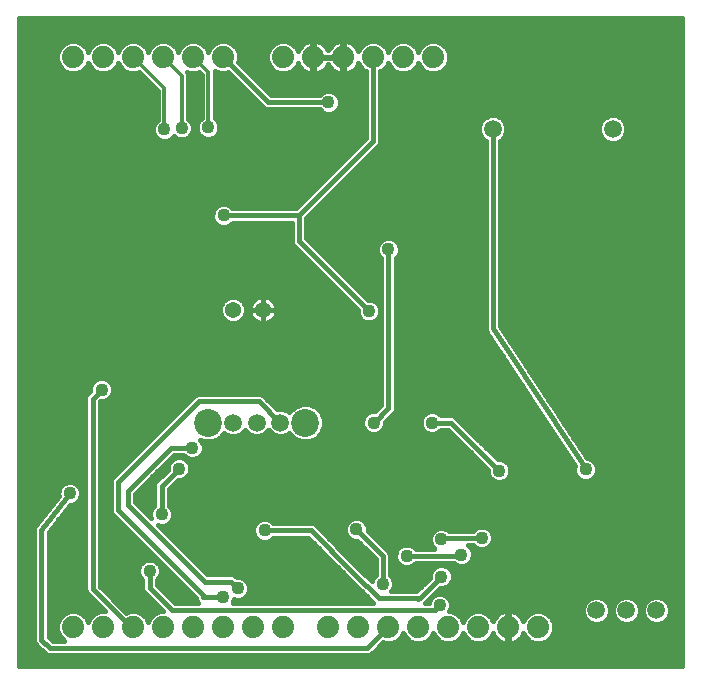
<source format=gbl>
G75*
G70*
%OFA0B0*%
%FSLAX25Y25*%
%IPPOS*%
%LPD*%
%AMOC8*
5,1,8,0,0,1.08239X$1,22.5*
%
%ADD10C,0.07400*%
%ADD11C,0.05900*%
%ADD12C,0.05400*%
%ADD13C,0.09300*%
%ADD14C,0.04362*%
%ADD15C,0.01600*%
%ADD16C,0.01200*%
D10*
X0046770Y0021814D03*
X0056770Y0021814D03*
X0066770Y0021814D03*
X0076770Y0021814D03*
X0086770Y0021814D03*
X0096770Y0021814D03*
X0106770Y0021814D03*
X0116770Y0021814D03*
X0131770Y0021814D03*
X0141770Y0021814D03*
X0151770Y0021814D03*
X0161770Y0021814D03*
X0171770Y0021814D03*
X0181770Y0021814D03*
X0191770Y0021814D03*
X0201770Y0021814D03*
X0166770Y0211814D03*
X0156770Y0211814D03*
X0146770Y0211814D03*
X0136770Y0211814D03*
X0126770Y0211814D03*
X0116770Y0211814D03*
X0096770Y0211814D03*
X0086770Y0211814D03*
X0076770Y0211814D03*
X0066770Y0211814D03*
X0056770Y0211814D03*
X0046770Y0211814D03*
D11*
X0186670Y0187914D03*
X0226670Y0187914D03*
X0115870Y0090014D03*
X0107970Y0090014D03*
X0100070Y0090014D03*
X0221170Y0027414D03*
X0231170Y0027414D03*
X0241170Y0027414D03*
D12*
X0110070Y0127666D03*
X0100070Y0127666D03*
D13*
X0091770Y0090014D03*
X0124170Y0090014D03*
D14*
X0146970Y0090014D03*
X0150570Y0077814D03*
X0158970Y0078214D03*
X0171370Y0073114D03*
X0187770Y0081714D03*
X0188770Y0074014D03*
X0166370Y0090014D03*
X0120170Y0066614D03*
X0110570Y0054114D03*
X0111470Y0045414D03*
X0111570Y0035914D03*
X0101670Y0034814D03*
X0096670Y0031914D03*
X0078970Y0034614D03*
X0072270Y0040614D03*
X0061570Y0050014D03*
X0076270Y0059414D03*
X0082570Y0058414D03*
X0082070Y0074714D03*
X0086470Y0081614D03*
X0082270Y0097514D03*
X0056270Y0101014D03*
X0082770Y0126714D03*
X0126270Y0129414D03*
X0145370Y0127214D03*
X0151870Y0147814D03*
X0096970Y0159114D03*
X0094370Y0168014D03*
X0091770Y0188414D03*
X0082970Y0188214D03*
X0077170Y0187814D03*
X0071170Y0201514D03*
X0106770Y0214014D03*
X0131870Y0196814D03*
X0139570Y0198014D03*
X0224370Y0112414D03*
X0217570Y0074414D03*
X0182970Y0051614D03*
X0176170Y0046014D03*
X0169470Y0051114D03*
X0163370Y0050814D03*
X0157970Y0045614D03*
X0149970Y0036314D03*
X0142370Y0031614D03*
X0168970Y0029114D03*
X0169470Y0038714D03*
X0141170Y0054414D03*
X0045670Y0066514D03*
D15*
X0028770Y0008814D02*
X0028770Y0224814D01*
X0249770Y0224814D01*
X0249770Y0008814D01*
X0028770Y0008814D01*
X0028770Y0009806D02*
X0249770Y0009806D01*
X0249770Y0011405D02*
X0028770Y0011405D01*
X0028770Y0013003D02*
X0037487Y0013003D01*
X0037610Y0012880D02*
X0038493Y0012514D01*
X0039447Y0012514D01*
X0042947Y0012514D01*
X0145347Y0012514D01*
X0146230Y0012880D01*
X0146904Y0013554D01*
X0150113Y0016764D01*
X0150715Y0016514D01*
X0152824Y0016514D01*
X0154772Y0017321D01*
X0156263Y0018812D01*
X0156770Y0020036D01*
X0157277Y0018812D01*
X0158768Y0017321D01*
X0160715Y0016514D01*
X0162824Y0016514D01*
X0164772Y0017321D01*
X0166263Y0018812D01*
X0166770Y0020036D01*
X0167277Y0018812D01*
X0168768Y0017321D01*
X0170715Y0016514D01*
X0172824Y0016514D01*
X0174772Y0017321D01*
X0176263Y0018812D01*
X0176770Y0020036D01*
X0177277Y0018812D01*
X0178768Y0017321D01*
X0180715Y0016514D01*
X0182824Y0016514D01*
X0184772Y0017321D01*
X0186263Y0018812D01*
X0186655Y0019759D01*
X0186673Y0019703D01*
X0187066Y0018931D01*
X0187575Y0018231D01*
X0188187Y0017619D01*
X0188887Y0017110D01*
X0189659Y0016717D01*
X0190482Y0016450D01*
X0191337Y0016314D01*
X0191569Y0016314D01*
X0191569Y0021611D01*
X0191970Y0021611D01*
X0191970Y0016314D01*
X0192203Y0016314D01*
X0193058Y0016450D01*
X0193881Y0016717D01*
X0194652Y0017110D01*
X0195353Y0017619D01*
X0195965Y0018231D01*
X0196474Y0018931D01*
X0196867Y0019703D01*
X0196885Y0019759D01*
X0197277Y0018812D01*
X0198768Y0017321D01*
X0200715Y0016514D01*
X0202824Y0016514D01*
X0204772Y0017321D01*
X0206263Y0018812D01*
X0207070Y0020759D01*
X0207070Y0022869D01*
X0206263Y0024816D01*
X0204772Y0026307D01*
X0202824Y0027114D01*
X0200715Y0027114D01*
X0198768Y0026307D01*
X0197277Y0024816D01*
X0196885Y0023869D01*
X0196867Y0023925D01*
X0196474Y0024696D01*
X0195965Y0025397D01*
X0195353Y0026009D01*
X0194652Y0026518D01*
X0193881Y0026911D01*
X0193058Y0027178D01*
X0192203Y0027314D01*
X0191970Y0027314D01*
X0191970Y0022017D01*
X0191569Y0022017D01*
X0191569Y0027314D01*
X0191337Y0027314D01*
X0190482Y0027178D01*
X0189659Y0026911D01*
X0188887Y0026518D01*
X0188187Y0026009D01*
X0187575Y0025397D01*
X0187066Y0024696D01*
X0186673Y0023925D01*
X0186655Y0023869D01*
X0186263Y0024816D01*
X0184772Y0026307D01*
X0182824Y0027114D01*
X0180715Y0027114D01*
X0178768Y0026307D01*
X0177277Y0024816D01*
X0176770Y0023592D01*
X0176263Y0024816D01*
X0174772Y0026307D01*
X0172824Y0027114D01*
X0172233Y0027114D01*
X0172751Y0028362D01*
X0172751Y0029866D01*
X0172175Y0031256D01*
X0171112Y0032319D01*
X0169722Y0032895D01*
X0168218Y0032895D01*
X0166828Y0032319D01*
X0165765Y0031256D01*
X0165250Y0030014D01*
X0164347Y0030014D01*
X0164163Y0030014D01*
X0164604Y0030454D01*
X0169083Y0034933D01*
X0170222Y0034933D01*
X0171612Y0035509D01*
X0172675Y0036572D01*
X0173251Y0037962D01*
X0173251Y0039466D01*
X0172675Y0040856D01*
X0171612Y0041919D01*
X0170222Y0042495D01*
X0168718Y0042495D01*
X0167328Y0041919D01*
X0166265Y0040856D01*
X0165689Y0039466D01*
X0165689Y0038327D01*
X0161210Y0033848D01*
X0161176Y0033814D01*
X0152817Y0033814D01*
X0153175Y0034172D01*
X0153751Y0035562D01*
X0153751Y0037066D01*
X0153175Y0038456D01*
X0152370Y0039261D01*
X0152370Y0045137D01*
X0152370Y0046091D01*
X0152004Y0046974D01*
X0144951Y0054027D01*
X0144951Y0055166D01*
X0144375Y0056556D01*
X0143312Y0057619D01*
X0141922Y0058195D01*
X0140418Y0058195D01*
X0139028Y0057619D01*
X0137965Y0056556D01*
X0137389Y0055166D01*
X0137389Y0053662D01*
X0137965Y0052272D01*
X0139028Y0051209D01*
X0140418Y0050633D01*
X0141557Y0050633D01*
X0147570Y0044620D01*
X0147570Y0039261D01*
X0146765Y0038456D01*
X0146283Y0037294D01*
X0142204Y0041374D01*
X0128104Y0055474D01*
X0127430Y0056148D01*
X0126547Y0056514D01*
X0113517Y0056514D01*
X0112712Y0057319D01*
X0111322Y0057895D01*
X0109818Y0057895D01*
X0108428Y0057319D01*
X0107365Y0056256D01*
X0106789Y0054866D01*
X0106789Y0053362D01*
X0107365Y0051972D01*
X0108428Y0050909D01*
X0109818Y0050333D01*
X0111322Y0050333D01*
X0112712Y0050909D01*
X0113517Y0051714D01*
X0125076Y0051714D01*
X0138810Y0037980D01*
X0146735Y0030054D01*
X0146776Y0030014D01*
X0117547Y0030014D01*
X0099975Y0030014D01*
X0100451Y0031162D01*
X0100451Y0031227D01*
X0100918Y0031033D01*
X0102422Y0031033D01*
X0103812Y0031609D01*
X0104875Y0032672D01*
X0105451Y0034062D01*
X0105451Y0035566D01*
X0104875Y0036956D01*
X0103812Y0038019D01*
X0102422Y0038595D01*
X0101283Y0038595D01*
X0100830Y0039048D01*
X0099947Y0039414D01*
X0091564Y0039414D01*
X0075222Y0055756D01*
X0075518Y0055633D01*
X0077022Y0055633D01*
X0078412Y0056209D01*
X0079475Y0057272D01*
X0080051Y0058662D01*
X0080051Y0060166D01*
X0079475Y0061556D01*
X0078670Y0062361D01*
X0078670Y0067920D01*
X0081683Y0070933D01*
X0082822Y0070933D01*
X0084212Y0071509D01*
X0085275Y0072572D01*
X0085851Y0073962D01*
X0085851Y0075466D01*
X0085275Y0076856D01*
X0084212Y0077919D01*
X0082822Y0078495D01*
X0081318Y0078495D01*
X0079928Y0077919D01*
X0078865Y0076856D01*
X0078289Y0075466D01*
X0078289Y0074327D01*
X0074235Y0070274D01*
X0073870Y0069391D01*
X0073870Y0068437D01*
X0073870Y0062361D01*
X0073065Y0061556D01*
X0072489Y0060166D01*
X0072489Y0058662D01*
X0072612Y0058366D01*
X0067370Y0063608D01*
X0067370Y0066320D01*
X0080264Y0079214D01*
X0083522Y0079214D01*
X0084328Y0078409D01*
X0085718Y0077833D01*
X0087222Y0077833D01*
X0088612Y0078409D01*
X0089675Y0079472D01*
X0090251Y0080862D01*
X0090251Y0082366D01*
X0089675Y0083756D01*
X0089058Y0084372D01*
X0090526Y0083764D01*
X0093013Y0083764D01*
X0095310Y0084716D01*
X0097068Y0086474D01*
X0097100Y0086550D01*
X0097493Y0086157D01*
X0099165Y0085464D01*
X0100975Y0085464D01*
X0102647Y0086157D01*
X0103927Y0087437D01*
X0104020Y0087661D01*
X0104113Y0087437D01*
X0105393Y0086157D01*
X0107065Y0085464D01*
X0108875Y0085464D01*
X0110547Y0086157D01*
X0111827Y0087437D01*
X0111920Y0087661D01*
X0112013Y0087437D01*
X0113293Y0086157D01*
X0114965Y0085464D01*
X0116775Y0085464D01*
X0118447Y0086157D01*
X0118840Y0086550D01*
X0118872Y0086474D01*
X0120630Y0084716D01*
X0122926Y0083764D01*
X0125413Y0083764D01*
X0127710Y0084716D01*
X0129468Y0086474D01*
X0130420Y0088770D01*
X0130420Y0091257D01*
X0129468Y0093554D01*
X0127710Y0095312D01*
X0125413Y0096264D01*
X0122926Y0096264D01*
X0120630Y0095312D01*
X0118872Y0093554D01*
X0118840Y0093478D01*
X0118447Y0093871D01*
X0116775Y0094564D01*
X0114965Y0094564D01*
X0114780Y0094487D01*
X0110431Y0098821D01*
X0110004Y0099248D01*
X0110001Y0099250D01*
X0110000Y0099251D01*
X0109625Y0099405D01*
X0109121Y0099614D01*
X0109119Y0099614D01*
X0109117Y0099615D01*
X0108637Y0099614D01*
X0088293Y0099614D01*
X0087410Y0099248D01*
X0086735Y0098574D01*
X0060310Y0072148D01*
X0059635Y0071474D01*
X0059270Y0070591D01*
X0059270Y0069637D01*
X0059370Y0069395D01*
X0059370Y0060337D01*
X0059735Y0059454D01*
X0060410Y0058780D01*
X0087570Y0031620D01*
X0087570Y0031437D01*
X0087935Y0030554D01*
X0088476Y0030014D01*
X0080664Y0030014D01*
X0074670Y0036008D01*
X0074670Y0037667D01*
X0075475Y0038472D01*
X0076051Y0039862D01*
X0076051Y0041366D01*
X0075475Y0042756D01*
X0074412Y0043819D01*
X0073022Y0044395D01*
X0071518Y0044395D01*
X0070128Y0043819D01*
X0069065Y0042756D01*
X0068489Y0041366D01*
X0068489Y0039862D01*
X0069065Y0038472D01*
X0069870Y0037667D01*
X0069870Y0034537D01*
X0070235Y0033654D01*
X0070910Y0032980D01*
X0076776Y0027114D01*
X0075715Y0027114D01*
X0073768Y0026307D01*
X0072277Y0024816D01*
X0071770Y0023592D01*
X0071263Y0024816D01*
X0069772Y0026307D01*
X0067824Y0027114D01*
X0065715Y0027114D01*
X0064548Y0026630D01*
X0055670Y0035508D01*
X0055670Y0097020D01*
X0055883Y0097233D01*
X0057022Y0097233D01*
X0058412Y0097809D01*
X0059475Y0098872D01*
X0060051Y0100262D01*
X0060051Y0101766D01*
X0059475Y0103156D01*
X0058412Y0104219D01*
X0057022Y0104795D01*
X0055518Y0104795D01*
X0054128Y0104219D01*
X0053065Y0103156D01*
X0052489Y0101766D01*
X0052489Y0100627D01*
X0051235Y0099374D01*
X0050870Y0098491D01*
X0050870Y0097537D01*
X0050870Y0034037D01*
X0051235Y0033154D01*
X0051910Y0032480D01*
X0057276Y0027114D01*
X0055715Y0027114D01*
X0053768Y0026307D01*
X0052277Y0024816D01*
X0051770Y0023592D01*
X0051263Y0024816D01*
X0049772Y0026307D01*
X0047824Y0027114D01*
X0045715Y0027114D01*
X0043768Y0026307D01*
X0042277Y0024816D01*
X0041470Y0022869D01*
X0041470Y0020759D01*
X0042277Y0018812D01*
X0043768Y0017321D01*
X0043786Y0017314D01*
X0042947Y0017314D01*
X0039964Y0017314D01*
X0038570Y0018708D01*
X0038570Y0053490D01*
X0045767Y0062733D01*
X0046422Y0062733D01*
X0047812Y0063309D01*
X0048875Y0064372D01*
X0049451Y0065762D01*
X0049451Y0067266D01*
X0048875Y0068656D01*
X0047812Y0069719D01*
X0046422Y0070295D01*
X0044918Y0070295D01*
X0043528Y0069719D01*
X0042465Y0068656D01*
X0041889Y0067266D01*
X0041889Y0065762D01*
X0041943Y0065633D01*
X0034369Y0055906D01*
X0034135Y0055674D01*
X0034077Y0055532D01*
X0033983Y0055412D01*
X0033896Y0055094D01*
X0033770Y0054791D01*
X0033770Y0054639D01*
X0033730Y0054492D01*
X0033770Y0054165D01*
X0033770Y0017237D01*
X0034135Y0016354D01*
X0034810Y0015680D01*
X0037610Y0012880D01*
X0035888Y0014602D02*
X0028770Y0014602D01*
X0028770Y0016200D02*
X0034290Y0016200D01*
X0033770Y0017798D02*
X0028770Y0017798D01*
X0028770Y0019397D02*
X0033770Y0019397D01*
X0033770Y0020995D02*
X0028770Y0020995D01*
X0028770Y0022594D02*
X0033770Y0022594D01*
X0033770Y0024192D02*
X0028770Y0024192D01*
X0028770Y0025791D02*
X0033770Y0025791D01*
X0033770Y0027389D02*
X0028770Y0027389D01*
X0028770Y0028987D02*
X0033770Y0028987D01*
X0033770Y0030586D02*
X0028770Y0030586D01*
X0028770Y0032184D02*
X0033770Y0032184D01*
X0033770Y0033783D02*
X0028770Y0033783D01*
X0028770Y0035381D02*
X0033770Y0035381D01*
X0033770Y0036980D02*
X0028770Y0036980D01*
X0028770Y0038578D02*
X0033770Y0038578D01*
X0033770Y0040176D02*
X0028770Y0040176D01*
X0028770Y0041775D02*
X0033770Y0041775D01*
X0033770Y0043373D02*
X0028770Y0043373D01*
X0028770Y0044972D02*
X0033770Y0044972D01*
X0033770Y0046570D02*
X0028770Y0046570D01*
X0028770Y0048169D02*
X0033770Y0048169D01*
X0033770Y0049767D02*
X0028770Y0049767D01*
X0028770Y0051365D02*
X0033770Y0051365D01*
X0033770Y0052964D02*
X0028770Y0052964D01*
X0028770Y0054562D02*
X0033749Y0054562D01*
X0034567Y0056161D02*
X0028770Y0056161D01*
X0028770Y0057759D02*
X0035811Y0057759D01*
X0037056Y0059357D02*
X0028770Y0059357D01*
X0028770Y0060956D02*
X0038301Y0060956D01*
X0039545Y0062554D02*
X0028770Y0062554D01*
X0028770Y0064153D02*
X0040790Y0064153D01*
X0041893Y0065751D02*
X0028770Y0065751D01*
X0028770Y0067350D02*
X0041924Y0067350D01*
X0042757Y0068948D02*
X0028770Y0068948D01*
X0028770Y0070546D02*
X0050870Y0070546D01*
X0050870Y0068948D02*
X0048583Y0068948D01*
X0049417Y0067350D02*
X0050870Y0067350D01*
X0050870Y0065751D02*
X0049446Y0065751D01*
X0048656Y0064153D02*
X0050870Y0064153D01*
X0050870Y0062554D02*
X0045628Y0062554D01*
X0044383Y0060956D02*
X0050870Y0060956D01*
X0050870Y0059357D02*
X0043139Y0059357D01*
X0041894Y0057759D02*
X0050870Y0057759D01*
X0050870Y0056161D02*
X0040649Y0056161D01*
X0039404Y0054562D02*
X0050870Y0054562D01*
X0050870Y0052964D02*
X0038570Y0052964D01*
X0038570Y0051365D02*
X0050870Y0051365D01*
X0050870Y0049767D02*
X0038570Y0049767D01*
X0038570Y0048169D02*
X0050870Y0048169D01*
X0050870Y0046570D02*
X0038570Y0046570D01*
X0038570Y0044972D02*
X0050870Y0044972D01*
X0050870Y0043373D02*
X0038570Y0043373D01*
X0038570Y0041775D02*
X0050870Y0041775D01*
X0050870Y0040176D02*
X0038570Y0040176D01*
X0038570Y0038578D02*
X0050870Y0038578D01*
X0050870Y0036980D02*
X0038570Y0036980D01*
X0038570Y0035381D02*
X0050870Y0035381D01*
X0050975Y0033783D02*
X0038570Y0033783D01*
X0038570Y0032184D02*
X0052206Y0032184D01*
X0053804Y0030586D02*
X0038570Y0030586D01*
X0038570Y0028987D02*
X0055402Y0028987D01*
X0057001Y0027389D02*
X0038570Y0027389D01*
X0038570Y0025791D02*
X0043251Y0025791D01*
X0042019Y0024192D02*
X0038570Y0024192D01*
X0038570Y0022594D02*
X0041470Y0022594D01*
X0041470Y0020995D02*
X0038570Y0020995D01*
X0038570Y0019397D02*
X0042034Y0019397D01*
X0043290Y0017798D02*
X0039480Y0017798D01*
X0038970Y0014914D02*
X0036170Y0017714D01*
X0036170Y0054314D01*
X0045670Y0066514D01*
X0050870Y0072145D02*
X0028770Y0072145D01*
X0028770Y0073743D02*
X0050870Y0073743D01*
X0050870Y0075342D02*
X0028770Y0075342D01*
X0028770Y0076940D02*
X0050870Y0076940D01*
X0050870Y0078539D02*
X0028770Y0078539D01*
X0028770Y0080137D02*
X0050870Y0080137D01*
X0050870Y0081735D02*
X0028770Y0081735D01*
X0028770Y0083334D02*
X0050870Y0083334D01*
X0050870Y0084932D02*
X0028770Y0084932D01*
X0028770Y0086531D02*
X0050870Y0086531D01*
X0050870Y0088129D02*
X0028770Y0088129D01*
X0028770Y0089728D02*
X0050870Y0089728D01*
X0050870Y0091326D02*
X0028770Y0091326D01*
X0028770Y0092924D02*
X0050870Y0092924D01*
X0050870Y0094523D02*
X0028770Y0094523D01*
X0028770Y0096121D02*
X0050870Y0096121D01*
X0050870Y0097720D02*
X0028770Y0097720D01*
X0028770Y0099318D02*
X0051213Y0099318D01*
X0052489Y0100917D02*
X0028770Y0100917D01*
X0028770Y0102515D02*
X0052799Y0102515D01*
X0054022Y0104113D02*
X0028770Y0104113D01*
X0028770Y0105712D02*
X0149470Y0105712D01*
X0149470Y0107310D02*
X0028770Y0107310D01*
X0028770Y0108909D02*
X0149470Y0108909D01*
X0149470Y0110507D02*
X0028770Y0110507D01*
X0028770Y0112106D02*
X0149470Y0112106D01*
X0149470Y0113704D02*
X0028770Y0113704D01*
X0028770Y0115302D02*
X0149470Y0115302D01*
X0149470Y0116901D02*
X0028770Y0116901D01*
X0028770Y0118499D02*
X0149470Y0118499D01*
X0149470Y0120098D02*
X0028770Y0120098D01*
X0028770Y0121696D02*
X0149470Y0121696D01*
X0149470Y0123294D02*
X0111178Y0123294D01*
X0111124Y0123277D02*
X0111797Y0123496D01*
X0112428Y0123817D01*
X0113001Y0124233D01*
X0113502Y0124735D01*
X0113919Y0125307D01*
X0114240Y0125939D01*
X0114459Y0126612D01*
X0114570Y0127312D01*
X0114570Y0127664D01*
X0110074Y0127664D01*
X0110074Y0127668D01*
X0114570Y0127668D01*
X0114570Y0128020D01*
X0114459Y0128720D01*
X0114240Y0129393D01*
X0113919Y0130024D01*
X0113502Y0130597D01*
X0113001Y0131098D01*
X0112428Y0131515D01*
X0111797Y0131836D01*
X0111124Y0132055D01*
X0110424Y0132166D01*
X0110072Y0132166D01*
X0110072Y0127670D01*
X0110068Y0127670D01*
X0110068Y0132166D01*
X0109716Y0132166D01*
X0109016Y0132055D01*
X0108343Y0131836D01*
X0107711Y0131515D01*
X0107139Y0131098D01*
X0106637Y0130597D01*
X0106221Y0130024D01*
X0105900Y0129393D01*
X0105681Y0128720D01*
X0105570Y0128020D01*
X0105570Y0127668D01*
X0110066Y0127668D01*
X0110066Y0127664D01*
X0105570Y0127664D01*
X0105570Y0127312D01*
X0105681Y0126612D01*
X0105900Y0125939D01*
X0106221Y0125307D01*
X0106637Y0124735D01*
X0107139Y0124233D01*
X0107711Y0123817D01*
X0108343Y0123496D01*
X0109016Y0123277D01*
X0109716Y0123166D01*
X0110068Y0123166D01*
X0110068Y0127662D01*
X0110072Y0127662D01*
X0110072Y0123166D01*
X0110424Y0123166D01*
X0111124Y0123277D01*
X0110072Y0123294D02*
X0110068Y0123294D01*
X0108961Y0123294D02*
X0028770Y0123294D01*
X0028770Y0124893D02*
X0096762Y0124893D01*
X0096425Y0125230D02*
X0097634Y0124021D01*
X0099215Y0123366D01*
X0100925Y0123366D01*
X0102506Y0124021D01*
X0103715Y0125230D01*
X0104370Y0126811D01*
X0104370Y0128521D01*
X0103715Y0130102D01*
X0102506Y0131311D01*
X0100925Y0131966D01*
X0099215Y0131966D01*
X0097634Y0131311D01*
X0096425Y0130102D01*
X0095770Y0128521D01*
X0095770Y0126811D01*
X0096425Y0125230D01*
X0095902Y0126491D02*
X0028770Y0126491D01*
X0028770Y0128090D02*
X0095770Y0128090D01*
X0096254Y0129688D02*
X0028770Y0129688D01*
X0028770Y0131287D02*
X0097610Y0131287D01*
X0102530Y0131287D02*
X0107398Y0131287D01*
X0106050Y0129688D02*
X0103887Y0129688D01*
X0104370Y0128090D02*
X0105581Y0128090D01*
X0105720Y0126491D02*
X0104237Y0126491D01*
X0103378Y0124893D02*
X0106522Y0124893D01*
X0110068Y0124893D02*
X0110072Y0124893D01*
X0110068Y0126491D02*
X0110072Y0126491D01*
X0110068Y0128090D02*
X0110072Y0128090D01*
X0110068Y0129688D02*
X0110072Y0129688D01*
X0110068Y0131287D02*
X0110072Y0131287D01*
X0112743Y0131287D02*
X0137903Y0131287D01*
X0136305Y0132885D02*
X0028770Y0132885D01*
X0028770Y0134483D02*
X0134706Y0134483D01*
X0133108Y0136082D02*
X0028770Y0136082D01*
X0028770Y0137680D02*
X0131509Y0137680D01*
X0129911Y0139279D02*
X0028770Y0139279D01*
X0028770Y0140877D02*
X0128313Y0140877D01*
X0126714Y0142476D02*
X0028770Y0142476D01*
X0028770Y0144074D02*
X0125116Y0144074D01*
X0123517Y0145672D02*
X0028770Y0145672D01*
X0028770Y0147271D02*
X0121919Y0147271D01*
X0120320Y0148869D02*
X0028770Y0148869D01*
X0028770Y0150468D02*
X0119570Y0150468D01*
X0119570Y0150137D02*
X0119935Y0149254D01*
X0141589Y0127601D01*
X0141589Y0126462D01*
X0142165Y0125072D01*
X0143228Y0124009D01*
X0144618Y0123433D01*
X0146122Y0123433D01*
X0147512Y0124009D01*
X0148575Y0125072D01*
X0149151Y0126462D01*
X0149151Y0127966D01*
X0148575Y0129356D01*
X0147512Y0130419D01*
X0146122Y0130995D01*
X0144983Y0130995D01*
X0124370Y0151608D01*
X0124370Y0158120D01*
X0148130Y0181880D01*
X0148804Y0182554D01*
X0149170Y0183437D01*
X0149170Y0207072D01*
X0149772Y0207321D01*
X0151263Y0208812D01*
X0151770Y0210036D01*
X0152277Y0208812D01*
X0153768Y0207321D01*
X0155715Y0206514D01*
X0157824Y0206514D01*
X0159772Y0207321D01*
X0161263Y0208812D01*
X0161770Y0210036D01*
X0162277Y0208812D01*
X0163768Y0207321D01*
X0165715Y0206514D01*
X0167824Y0206514D01*
X0169772Y0207321D01*
X0171263Y0208812D01*
X0172070Y0210759D01*
X0172070Y0212869D01*
X0171263Y0214816D01*
X0169772Y0216307D01*
X0167824Y0217114D01*
X0165715Y0217114D01*
X0163768Y0216307D01*
X0162277Y0214816D01*
X0161770Y0213592D01*
X0161263Y0214816D01*
X0159772Y0216307D01*
X0157824Y0217114D01*
X0155715Y0217114D01*
X0153768Y0216307D01*
X0152277Y0214816D01*
X0151770Y0213592D01*
X0151263Y0214816D01*
X0149772Y0216307D01*
X0147824Y0217114D01*
X0145715Y0217114D01*
X0143768Y0216307D01*
X0142277Y0214816D01*
X0141885Y0213869D01*
X0141867Y0213925D01*
X0141474Y0214696D01*
X0140965Y0215397D01*
X0140353Y0216009D01*
X0139652Y0216518D01*
X0138881Y0216911D01*
X0138058Y0217178D01*
X0137203Y0217314D01*
X0136970Y0217314D01*
X0136970Y0212017D01*
X0136569Y0212017D01*
X0136569Y0217314D01*
X0136337Y0217314D01*
X0135482Y0217178D01*
X0134659Y0216911D01*
X0133887Y0216518D01*
X0133187Y0216009D01*
X0132575Y0215397D01*
X0132066Y0214696D01*
X0131770Y0214115D01*
X0131474Y0214696D01*
X0130965Y0215397D01*
X0130353Y0216009D01*
X0129652Y0216518D01*
X0128881Y0216911D01*
X0128058Y0217178D01*
X0127203Y0217314D01*
X0126970Y0217314D01*
X0126970Y0212017D01*
X0126569Y0212017D01*
X0126569Y0217314D01*
X0126337Y0217314D01*
X0125482Y0217178D01*
X0124659Y0216911D01*
X0123887Y0216518D01*
X0123187Y0216009D01*
X0122575Y0215397D01*
X0122066Y0214696D01*
X0121673Y0213925D01*
X0121655Y0213869D01*
X0121263Y0214816D01*
X0119772Y0216307D01*
X0117824Y0217114D01*
X0115715Y0217114D01*
X0113768Y0216307D01*
X0112277Y0214816D01*
X0111470Y0212869D01*
X0111470Y0210759D01*
X0112277Y0208812D01*
X0113768Y0207321D01*
X0115715Y0206514D01*
X0117824Y0206514D01*
X0119772Y0207321D01*
X0121263Y0208812D01*
X0121655Y0209759D01*
X0121673Y0209703D01*
X0122066Y0208931D01*
X0122575Y0208231D01*
X0123187Y0207619D01*
X0123887Y0207110D01*
X0124659Y0206717D01*
X0125482Y0206450D01*
X0126337Y0206314D01*
X0126569Y0206314D01*
X0126569Y0211611D01*
X0126970Y0211611D01*
X0126970Y0206314D01*
X0127203Y0206314D01*
X0128058Y0206450D01*
X0128881Y0206717D01*
X0129652Y0207110D01*
X0130353Y0207619D01*
X0130965Y0208231D01*
X0131474Y0208931D01*
X0131770Y0209513D01*
X0132066Y0208931D01*
X0132575Y0208231D01*
X0133187Y0207619D01*
X0133887Y0207110D01*
X0134659Y0206717D01*
X0135482Y0206450D01*
X0136337Y0206314D01*
X0136569Y0206314D01*
X0136569Y0211611D01*
X0136970Y0211611D01*
X0136970Y0206314D01*
X0137203Y0206314D01*
X0138058Y0206450D01*
X0138881Y0206717D01*
X0139652Y0207110D01*
X0140353Y0207619D01*
X0140965Y0208231D01*
X0141474Y0208931D01*
X0141867Y0209703D01*
X0141885Y0209759D01*
X0142277Y0208812D01*
X0143768Y0207321D01*
X0144370Y0207072D01*
X0144370Y0184908D01*
X0120976Y0161514D01*
X0119847Y0161514D01*
X0099917Y0161514D01*
X0099112Y0162319D01*
X0097722Y0162895D01*
X0096218Y0162895D01*
X0094828Y0162319D01*
X0093765Y0161256D01*
X0093189Y0159866D01*
X0093189Y0158362D01*
X0093765Y0156972D01*
X0094828Y0155909D01*
X0096218Y0155333D01*
X0097722Y0155333D01*
X0099112Y0155909D01*
X0099917Y0156714D01*
X0119570Y0156714D01*
X0119570Y0151091D01*
X0119570Y0150137D01*
X0119570Y0152066D02*
X0028770Y0152066D01*
X0028770Y0153665D02*
X0119570Y0153665D01*
X0119570Y0155263D02*
X0028770Y0155263D01*
X0028770Y0156861D02*
X0093875Y0156861D01*
X0093189Y0158460D02*
X0028770Y0158460D01*
X0028770Y0160058D02*
X0093269Y0160058D01*
X0094165Y0161657D02*
X0028770Y0161657D01*
X0028770Y0163255D02*
X0122717Y0163255D01*
X0121119Y0161657D02*
X0099774Y0161657D01*
X0096970Y0159114D02*
X0119370Y0159114D01*
X0121970Y0159114D01*
X0121970Y0150614D01*
X0145370Y0127214D01*
X0148243Y0129688D02*
X0149470Y0129688D01*
X0149470Y0128090D02*
X0149100Y0128090D01*
X0149151Y0126491D02*
X0149470Y0126491D01*
X0149470Y0124893D02*
X0148396Y0124893D01*
X0154270Y0124893D02*
X0184270Y0124893D01*
X0184270Y0123294D02*
X0154270Y0123294D01*
X0154270Y0121696D02*
X0184257Y0121696D01*
X0184270Y0121760D02*
X0184223Y0121535D01*
X0184270Y0121288D01*
X0184270Y0121037D01*
X0184359Y0120823D01*
X0184402Y0120596D01*
X0184539Y0120387D01*
X0184635Y0120154D01*
X0184799Y0119991D01*
X0213951Y0075556D01*
X0213789Y0075166D01*
X0213789Y0073662D01*
X0214365Y0072272D01*
X0215428Y0071209D01*
X0216818Y0070633D01*
X0218322Y0070633D01*
X0219712Y0071209D01*
X0220775Y0072272D01*
X0221351Y0073662D01*
X0221351Y0075166D01*
X0220775Y0076556D01*
X0219712Y0077619D01*
X0218322Y0078195D01*
X0217959Y0078195D01*
X0189070Y0122231D01*
X0189070Y0183983D01*
X0189247Y0184057D01*
X0190527Y0185337D01*
X0191220Y0187009D01*
X0191220Y0188819D01*
X0190527Y0190491D01*
X0189247Y0191771D01*
X0187575Y0192464D01*
X0185765Y0192464D01*
X0184093Y0191771D01*
X0182813Y0190491D01*
X0182120Y0188819D01*
X0182120Y0187009D01*
X0182813Y0185337D01*
X0184093Y0184057D01*
X0184270Y0183983D01*
X0184270Y0121760D01*
X0184692Y0120098D02*
X0154270Y0120098D01*
X0154270Y0118499D02*
X0185777Y0118499D01*
X0186826Y0116901D02*
X0154270Y0116901D01*
X0154270Y0115302D02*
X0187874Y0115302D01*
X0188923Y0113704D02*
X0154270Y0113704D01*
X0154270Y0112106D02*
X0189972Y0112106D01*
X0191020Y0110507D02*
X0154270Y0110507D01*
X0154270Y0108909D02*
X0192069Y0108909D01*
X0193118Y0107310D02*
X0154270Y0107310D01*
X0154270Y0105712D02*
X0194167Y0105712D01*
X0195215Y0104113D02*
X0154270Y0104113D01*
X0154270Y0102515D02*
X0196264Y0102515D01*
X0197313Y0100917D02*
X0154270Y0100917D01*
X0154270Y0099318D02*
X0198361Y0099318D01*
X0199410Y0097720D02*
X0154270Y0097720D01*
X0154270Y0096121D02*
X0200459Y0096121D01*
X0201507Y0094523D02*
X0154270Y0094523D01*
X0154270Y0094437D02*
X0154270Y0095391D01*
X0154270Y0144867D01*
X0155075Y0145672D01*
X0155651Y0147062D01*
X0155651Y0148566D01*
X0155075Y0149956D01*
X0154012Y0151019D01*
X0152622Y0151595D01*
X0151118Y0151595D01*
X0149728Y0151019D01*
X0148665Y0149956D01*
X0148089Y0148566D01*
X0148089Y0147062D01*
X0148665Y0145672D01*
X0149470Y0144867D01*
X0149470Y0095908D01*
X0147357Y0093795D01*
X0146218Y0093795D01*
X0144828Y0093219D01*
X0143765Y0092156D01*
X0143189Y0090766D01*
X0143189Y0089262D01*
X0143765Y0087872D01*
X0144828Y0086809D01*
X0146218Y0086233D01*
X0147722Y0086233D01*
X0149112Y0086809D01*
X0150175Y0087872D01*
X0150751Y0089262D01*
X0150751Y0090401D01*
X0153904Y0093554D01*
X0154270Y0094437D01*
X0153274Y0092924D02*
X0163933Y0092924D01*
X0164228Y0093219D02*
X0163165Y0092156D01*
X0162589Y0090766D01*
X0162589Y0089262D01*
X0163165Y0087872D01*
X0164228Y0086809D01*
X0165618Y0086233D01*
X0167122Y0086233D01*
X0168512Y0086809D01*
X0169317Y0087614D01*
X0171776Y0087614D01*
X0184989Y0074401D01*
X0184989Y0073262D01*
X0185565Y0071872D01*
X0186628Y0070809D01*
X0188018Y0070233D01*
X0189522Y0070233D01*
X0190912Y0070809D01*
X0191975Y0071872D01*
X0192551Y0073262D01*
X0192551Y0074766D01*
X0191975Y0076156D01*
X0190912Y0077219D01*
X0189522Y0077795D01*
X0188383Y0077795D01*
X0174804Y0091374D01*
X0174130Y0092048D01*
X0173247Y0092414D01*
X0169317Y0092414D01*
X0168512Y0093219D01*
X0167122Y0093795D01*
X0165618Y0093795D01*
X0164228Y0093219D01*
X0162821Y0091326D02*
X0151676Y0091326D01*
X0150751Y0089728D02*
X0162589Y0089728D01*
X0163058Y0088129D02*
X0150281Y0088129D01*
X0148441Y0086531D02*
X0164899Y0086531D01*
X0167841Y0086531D02*
X0172859Y0086531D01*
X0174457Y0084932D02*
X0127927Y0084932D01*
X0129492Y0086531D02*
X0145499Y0086531D01*
X0143658Y0088129D02*
X0130154Y0088129D01*
X0130420Y0089728D02*
X0143189Y0089728D01*
X0143421Y0091326D02*
X0130391Y0091326D01*
X0129729Y0092924D02*
X0144533Y0092924D01*
X0146970Y0090014D02*
X0151870Y0094914D01*
X0151870Y0147814D01*
X0154563Y0150468D02*
X0184270Y0150468D01*
X0184270Y0152066D02*
X0124370Y0152066D01*
X0124370Y0153665D02*
X0184270Y0153665D01*
X0184270Y0155263D02*
X0124370Y0155263D01*
X0124370Y0156861D02*
X0184270Y0156861D01*
X0184270Y0158460D02*
X0124710Y0158460D01*
X0126308Y0160058D02*
X0184270Y0160058D01*
X0184270Y0161657D02*
X0127907Y0161657D01*
X0129505Y0163255D02*
X0184270Y0163255D01*
X0184270Y0164854D02*
X0131104Y0164854D01*
X0132702Y0166452D02*
X0184270Y0166452D01*
X0184270Y0168050D02*
X0134300Y0168050D01*
X0135899Y0169649D02*
X0184270Y0169649D01*
X0184270Y0171247D02*
X0137497Y0171247D01*
X0139096Y0172846D02*
X0184270Y0172846D01*
X0184270Y0174444D02*
X0140694Y0174444D01*
X0142293Y0176043D02*
X0184270Y0176043D01*
X0184270Y0177641D02*
X0143891Y0177641D01*
X0145489Y0179239D02*
X0184270Y0179239D01*
X0184270Y0180838D02*
X0147088Y0180838D01*
X0148686Y0182436D02*
X0184270Y0182436D01*
X0184146Y0184035D02*
X0149170Y0184035D01*
X0149170Y0185633D02*
X0182690Y0185633D01*
X0182120Y0187231D02*
X0149170Y0187231D01*
X0149170Y0188830D02*
X0182125Y0188830D01*
X0182787Y0190428D02*
X0149170Y0190428D01*
X0149170Y0192027D02*
X0184709Y0192027D01*
X0188631Y0192027D02*
X0224709Y0192027D01*
X0224093Y0191771D02*
X0222813Y0190491D01*
X0222120Y0188819D01*
X0222120Y0187009D01*
X0222813Y0185337D01*
X0224093Y0184057D01*
X0225765Y0183364D01*
X0227575Y0183364D01*
X0229247Y0184057D01*
X0230527Y0185337D01*
X0231220Y0187009D01*
X0231220Y0188819D01*
X0230527Y0190491D01*
X0229247Y0191771D01*
X0227575Y0192464D01*
X0225765Y0192464D01*
X0224093Y0191771D01*
X0222787Y0190428D02*
X0190554Y0190428D01*
X0191215Y0188830D02*
X0222125Y0188830D01*
X0222120Y0187231D02*
X0191220Y0187231D01*
X0190650Y0185633D02*
X0222690Y0185633D01*
X0224146Y0184035D02*
X0189194Y0184035D01*
X0189070Y0182436D02*
X0249770Y0182436D01*
X0249770Y0180838D02*
X0189070Y0180838D01*
X0189070Y0179239D02*
X0249770Y0179239D01*
X0249770Y0177641D02*
X0189070Y0177641D01*
X0189070Y0176043D02*
X0249770Y0176043D01*
X0249770Y0174444D02*
X0189070Y0174444D01*
X0189070Y0172846D02*
X0249770Y0172846D01*
X0249770Y0171247D02*
X0189070Y0171247D01*
X0189070Y0169649D02*
X0249770Y0169649D01*
X0249770Y0168050D02*
X0189070Y0168050D01*
X0189070Y0166452D02*
X0249770Y0166452D01*
X0249770Y0164854D02*
X0189070Y0164854D01*
X0189070Y0163255D02*
X0249770Y0163255D01*
X0249770Y0161657D02*
X0189070Y0161657D01*
X0189070Y0160058D02*
X0249770Y0160058D01*
X0249770Y0158460D02*
X0189070Y0158460D01*
X0189070Y0156861D02*
X0249770Y0156861D01*
X0249770Y0155263D02*
X0189070Y0155263D01*
X0189070Y0153665D02*
X0249770Y0153665D01*
X0249770Y0152066D02*
X0189070Y0152066D01*
X0189070Y0150468D02*
X0249770Y0150468D01*
X0249770Y0148869D02*
X0189070Y0148869D01*
X0189070Y0147271D02*
X0249770Y0147271D01*
X0249770Y0145672D02*
X0189070Y0145672D01*
X0189070Y0144074D02*
X0249770Y0144074D01*
X0249770Y0142476D02*
X0189070Y0142476D01*
X0189070Y0140877D02*
X0249770Y0140877D01*
X0249770Y0139279D02*
X0189070Y0139279D01*
X0189070Y0137680D02*
X0249770Y0137680D01*
X0249770Y0136082D02*
X0189070Y0136082D01*
X0189070Y0134483D02*
X0249770Y0134483D01*
X0249770Y0132885D02*
X0189070Y0132885D01*
X0189070Y0131287D02*
X0249770Y0131287D01*
X0249770Y0129688D02*
X0189070Y0129688D01*
X0189070Y0128090D02*
X0249770Y0128090D01*
X0249770Y0126491D02*
X0189070Y0126491D01*
X0189070Y0124893D02*
X0249770Y0124893D01*
X0249770Y0123294D02*
X0189070Y0123294D01*
X0189420Y0121696D02*
X0249770Y0121696D01*
X0249770Y0120098D02*
X0190469Y0120098D01*
X0191518Y0118499D02*
X0249770Y0118499D01*
X0249770Y0116901D02*
X0192567Y0116901D01*
X0193615Y0115302D02*
X0249770Y0115302D01*
X0249770Y0113704D02*
X0194664Y0113704D01*
X0195713Y0112106D02*
X0249770Y0112106D01*
X0249770Y0110507D02*
X0196761Y0110507D01*
X0197810Y0108909D02*
X0249770Y0108909D01*
X0249770Y0107310D02*
X0198859Y0107310D01*
X0199907Y0105712D02*
X0249770Y0105712D01*
X0249770Y0104113D02*
X0200956Y0104113D01*
X0202004Y0102515D02*
X0249770Y0102515D01*
X0249770Y0100917D02*
X0203053Y0100917D01*
X0204102Y0099318D02*
X0249770Y0099318D01*
X0249770Y0097720D02*
X0205150Y0097720D01*
X0206199Y0096121D02*
X0249770Y0096121D01*
X0249770Y0094523D02*
X0207248Y0094523D01*
X0208296Y0092924D02*
X0249770Y0092924D01*
X0249770Y0091326D02*
X0209345Y0091326D01*
X0210394Y0089728D02*
X0249770Y0089728D01*
X0249770Y0088129D02*
X0211442Y0088129D01*
X0212491Y0086531D02*
X0249770Y0086531D01*
X0249770Y0084932D02*
X0213539Y0084932D01*
X0214588Y0083334D02*
X0249770Y0083334D01*
X0249770Y0081735D02*
X0215637Y0081735D01*
X0216685Y0080137D02*
X0249770Y0080137D01*
X0249770Y0078539D02*
X0217734Y0078539D01*
X0220391Y0076940D02*
X0249770Y0076940D01*
X0249770Y0075342D02*
X0221278Y0075342D01*
X0221351Y0073743D02*
X0249770Y0073743D01*
X0249770Y0072145D02*
X0220648Y0072145D01*
X0217570Y0074414D02*
X0186670Y0121514D01*
X0186670Y0187914D01*
X0170462Y0208011D02*
X0249770Y0208011D01*
X0249770Y0209609D02*
X0171593Y0209609D01*
X0172070Y0211208D02*
X0249770Y0211208D01*
X0249770Y0212806D02*
X0172070Y0212806D01*
X0171433Y0214405D02*
X0249770Y0214405D01*
X0249770Y0216003D02*
X0170076Y0216003D01*
X0163464Y0216003D02*
X0160076Y0216003D01*
X0161433Y0214405D02*
X0162107Y0214405D01*
X0161946Y0209609D02*
X0161593Y0209609D01*
X0160462Y0208011D02*
X0163078Y0208011D01*
X0153078Y0208011D02*
X0150462Y0208011D01*
X0151593Y0209609D02*
X0151946Y0209609D01*
X0149170Y0206413D02*
X0249770Y0206413D01*
X0249770Y0204814D02*
X0149170Y0204814D01*
X0149170Y0203216D02*
X0249770Y0203216D01*
X0249770Y0201617D02*
X0149170Y0201617D01*
X0149170Y0200019D02*
X0249770Y0200019D01*
X0249770Y0198420D02*
X0149170Y0198420D01*
X0149170Y0196822D02*
X0249770Y0196822D01*
X0249770Y0195224D02*
X0149170Y0195224D01*
X0149170Y0193625D02*
X0249770Y0193625D01*
X0249770Y0192027D02*
X0228631Y0192027D01*
X0230554Y0190428D02*
X0249770Y0190428D01*
X0249770Y0188830D02*
X0231215Y0188830D01*
X0231220Y0187231D02*
X0249770Y0187231D01*
X0249770Y0185633D02*
X0230650Y0185633D01*
X0229194Y0184035D02*
X0249770Y0184035D01*
X0249770Y0217602D02*
X0028770Y0217602D01*
X0028770Y0219200D02*
X0249770Y0219200D01*
X0249770Y0220798D02*
X0028770Y0220798D01*
X0028770Y0222397D02*
X0249770Y0222397D01*
X0249770Y0223995D02*
X0028770Y0223995D01*
X0028770Y0216003D02*
X0043464Y0216003D01*
X0043768Y0216307D02*
X0042277Y0214816D01*
X0041470Y0212869D01*
X0041470Y0210759D01*
X0042277Y0208812D01*
X0043768Y0207321D01*
X0045715Y0206514D01*
X0047824Y0206514D01*
X0049772Y0207321D01*
X0051263Y0208812D01*
X0051770Y0210036D01*
X0052277Y0208812D01*
X0053768Y0207321D01*
X0055715Y0206514D01*
X0057824Y0206514D01*
X0059772Y0207321D01*
X0061263Y0208812D01*
X0061770Y0210036D01*
X0062277Y0208812D01*
X0063768Y0207321D01*
X0065715Y0206514D01*
X0067824Y0206514D01*
X0068626Y0206846D01*
X0074970Y0200503D01*
X0074970Y0190961D01*
X0073965Y0189956D01*
X0073389Y0188566D01*
X0073389Y0187062D01*
X0073965Y0185672D01*
X0075028Y0184609D01*
X0076418Y0184033D01*
X0077922Y0184033D01*
X0079312Y0184609D01*
X0080270Y0185567D01*
X0080828Y0185009D01*
X0082218Y0184433D01*
X0083722Y0184433D01*
X0085112Y0185009D01*
X0086175Y0186072D01*
X0086751Y0187462D01*
X0086751Y0188966D01*
X0086175Y0190356D01*
X0085170Y0191361D01*
X0085170Y0206525D01*
X0084802Y0206893D01*
X0085715Y0206514D01*
X0087824Y0206514D01*
X0088626Y0206846D01*
X0089570Y0205903D01*
X0089570Y0191561D01*
X0088565Y0190556D01*
X0087989Y0189166D01*
X0087989Y0187662D01*
X0088565Y0186272D01*
X0089628Y0185209D01*
X0091018Y0184633D01*
X0092522Y0184633D01*
X0093912Y0185209D01*
X0094975Y0186272D01*
X0095551Y0187662D01*
X0095551Y0189166D01*
X0094975Y0190556D01*
X0093970Y0191561D01*
X0093970Y0207237D01*
X0095715Y0206514D01*
X0097824Y0206514D01*
X0098426Y0206764D01*
X0109735Y0195454D01*
X0110410Y0194780D01*
X0111293Y0194414D01*
X0128922Y0194414D01*
X0129728Y0193609D01*
X0131118Y0193033D01*
X0132622Y0193033D01*
X0134012Y0193609D01*
X0135075Y0194672D01*
X0135651Y0196062D01*
X0135651Y0197566D01*
X0135075Y0198956D01*
X0134012Y0200019D01*
X0144370Y0200019D01*
X0144370Y0198420D02*
X0135297Y0198420D01*
X0135651Y0196822D02*
X0144370Y0196822D01*
X0144370Y0195224D02*
X0135304Y0195224D01*
X0134028Y0193625D02*
X0144370Y0193625D01*
X0144370Y0192027D02*
X0093970Y0192027D01*
X0093970Y0193625D02*
X0129711Y0193625D01*
X0131870Y0196814D02*
X0111770Y0196814D01*
X0096770Y0211814D01*
X0091770Y0213592D02*
X0091263Y0214816D01*
X0089772Y0216307D01*
X0087824Y0217114D01*
X0085715Y0217114D01*
X0083768Y0216307D01*
X0082277Y0214816D01*
X0081770Y0213592D01*
X0081263Y0214816D01*
X0079772Y0216307D01*
X0077824Y0217114D01*
X0075715Y0217114D01*
X0073768Y0216307D01*
X0072277Y0214816D01*
X0071770Y0213592D01*
X0071263Y0214816D01*
X0069772Y0216307D01*
X0067824Y0217114D01*
X0065715Y0217114D01*
X0063768Y0216307D01*
X0062277Y0214816D01*
X0061770Y0213592D01*
X0061263Y0214816D01*
X0059772Y0216307D01*
X0057824Y0217114D01*
X0055715Y0217114D01*
X0053768Y0216307D01*
X0052277Y0214816D01*
X0051770Y0213592D01*
X0051263Y0214816D01*
X0049772Y0216307D01*
X0047824Y0217114D01*
X0045715Y0217114D01*
X0043768Y0216307D01*
X0042107Y0214405D02*
X0028770Y0214405D01*
X0028770Y0212806D02*
X0041470Y0212806D01*
X0041470Y0211208D02*
X0028770Y0211208D01*
X0028770Y0209609D02*
X0041946Y0209609D01*
X0043078Y0208011D02*
X0028770Y0208011D01*
X0028770Y0206413D02*
X0069060Y0206413D01*
X0070659Y0204814D02*
X0028770Y0204814D01*
X0028770Y0203216D02*
X0072257Y0203216D01*
X0073856Y0201617D02*
X0028770Y0201617D01*
X0028770Y0200019D02*
X0074970Y0200019D01*
X0074970Y0198420D02*
X0028770Y0198420D01*
X0028770Y0196822D02*
X0074970Y0196822D01*
X0074970Y0195224D02*
X0028770Y0195224D01*
X0028770Y0193625D02*
X0074970Y0193625D01*
X0074970Y0192027D02*
X0028770Y0192027D01*
X0028770Y0190428D02*
X0074437Y0190428D01*
X0073498Y0188830D02*
X0028770Y0188830D01*
X0028770Y0187231D02*
X0073389Y0187231D01*
X0074004Y0185633D02*
X0028770Y0185633D01*
X0028770Y0184035D02*
X0076414Y0184035D01*
X0077926Y0184035D02*
X0143496Y0184035D01*
X0144370Y0185633D02*
X0094336Y0185633D01*
X0095372Y0187231D02*
X0144370Y0187231D01*
X0144370Y0188830D02*
X0095551Y0188830D01*
X0095028Y0190428D02*
X0144370Y0190428D01*
X0146770Y0183914D02*
X0146770Y0211814D01*
X0143078Y0208011D02*
X0140745Y0208011D01*
X0141819Y0209609D02*
X0141946Y0209609D01*
X0144370Y0206413D02*
X0137824Y0206413D01*
X0136970Y0206413D02*
X0136569Y0206413D01*
X0135715Y0206413D02*
X0127824Y0206413D01*
X0126970Y0206413D02*
X0126569Y0206413D01*
X0125715Y0206413D02*
X0105565Y0206413D01*
X0103967Y0208011D02*
X0113078Y0208011D01*
X0111946Y0209609D02*
X0102369Y0209609D01*
X0101820Y0210157D02*
X0102070Y0210759D01*
X0102070Y0212869D01*
X0101263Y0214816D01*
X0099772Y0216307D01*
X0097824Y0217114D01*
X0095715Y0217114D01*
X0093768Y0216307D01*
X0092277Y0214816D01*
X0091770Y0213592D01*
X0091433Y0214405D02*
X0092107Y0214405D01*
X0093464Y0216003D02*
X0090076Y0216003D01*
X0083464Y0216003D02*
X0080076Y0216003D01*
X0081433Y0214405D02*
X0082107Y0214405D01*
X0085170Y0206413D02*
X0089060Y0206413D01*
X0089570Y0204814D02*
X0085170Y0204814D01*
X0085170Y0203216D02*
X0089570Y0203216D01*
X0089570Y0201617D02*
X0085170Y0201617D01*
X0085170Y0200019D02*
X0089570Y0200019D01*
X0089570Y0198420D02*
X0085170Y0198420D01*
X0085170Y0196822D02*
X0089570Y0196822D01*
X0089570Y0195224D02*
X0085170Y0195224D01*
X0085170Y0193625D02*
X0089570Y0193625D01*
X0089570Y0192027D02*
X0085170Y0192027D01*
X0086103Y0190428D02*
X0088512Y0190428D01*
X0087989Y0188830D02*
X0086751Y0188830D01*
X0086655Y0187231D02*
X0088167Y0187231D01*
X0089204Y0185633D02*
X0085736Y0185633D01*
X0093970Y0195224D02*
X0109966Y0195224D01*
X0108368Y0196822D02*
X0093970Y0196822D01*
X0093970Y0198420D02*
X0106769Y0198420D01*
X0105171Y0200019D02*
X0093970Y0200019D01*
X0093970Y0201617D02*
X0103572Y0201617D01*
X0101974Y0203216D02*
X0093970Y0203216D01*
X0093970Y0204814D02*
X0100376Y0204814D01*
X0098777Y0206413D02*
X0093970Y0206413D01*
X0101820Y0210157D02*
X0112764Y0199214D01*
X0128922Y0199214D01*
X0129728Y0200019D01*
X0111959Y0200019D01*
X0110361Y0201617D02*
X0144370Y0201617D01*
X0144370Y0203216D02*
X0108762Y0203216D01*
X0107164Y0204814D02*
X0144370Y0204814D01*
X0136970Y0208011D02*
X0136569Y0208011D01*
X0136569Y0209609D02*
X0136970Y0209609D01*
X0136970Y0211208D02*
X0136569Y0211208D01*
X0136567Y0211613D02*
X0132270Y0211613D01*
X0126972Y0211613D01*
X0126972Y0212014D01*
X0132270Y0212014D01*
X0136567Y0212014D01*
X0136567Y0211613D01*
X0136569Y0212806D02*
X0136970Y0212806D01*
X0136970Y0214405D02*
X0136569Y0214405D01*
X0136569Y0216003D02*
X0136970Y0216003D01*
X0140359Y0216003D02*
X0143464Y0216003D01*
X0142107Y0214405D02*
X0141622Y0214405D01*
X0133181Y0216003D02*
X0130359Y0216003D01*
X0131622Y0214405D02*
X0131918Y0214405D01*
X0126970Y0214405D02*
X0126569Y0214405D01*
X0126569Y0216003D02*
X0126970Y0216003D01*
X0126970Y0212806D02*
X0126569Y0212806D01*
X0126569Y0211208D02*
X0126970Y0211208D01*
X0126970Y0209609D02*
X0126569Y0209609D01*
X0126569Y0208011D02*
X0126970Y0208011D01*
X0130745Y0208011D02*
X0132795Y0208011D01*
X0122795Y0208011D02*
X0120462Y0208011D01*
X0121593Y0209609D02*
X0121720Y0209609D01*
X0121918Y0214405D02*
X0121433Y0214405D01*
X0120076Y0216003D02*
X0123181Y0216003D01*
X0113464Y0216003D02*
X0100076Y0216003D01*
X0101433Y0214405D02*
X0112107Y0214405D01*
X0111470Y0212806D02*
X0102070Y0212806D01*
X0102070Y0211208D02*
X0111470Y0211208D01*
X0129728Y0200019D02*
X0131118Y0200595D01*
X0132622Y0200595D01*
X0134012Y0200019D01*
X0151433Y0214405D02*
X0152107Y0214405D01*
X0153464Y0216003D02*
X0150076Y0216003D01*
X0146770Y0183914D02*
X0121970Y0159114D01*
X0124315Y0164854D02*
X0028770Y0164854D01*
X0028770Y0166452D02*
X0125914Y0166452D01*
X0127512Y0168050D02*
X0028770Y0168050D01*
X0028770Y0169649D02*
X0129111Y0169649D01*
X0130709Y0171247D02*
X0028770Y0171247D01*
X0028770Y0172846D02*
X0132307Y0172846D01*
X0133906Y0174444D02*
X0028770Y0174444D01*
X0028770Y0176043D02*
X0135504Y0176043D01*
X0137103Y0177641D02*
X0028770Y0177641D01*
X0028770Y0179239D02*
X0138701Y0179239D01*
X0140300Y0180838D02*
X0028770Y0180838D01*
X0028770Y0182436D02*
X0141898Y0182436D01*
X0149176Y0150468D02*
X0125510Y0150468D01*
X0127109Y0148869D02*
X0148215Y0148869D01*
X0148089Y0147271D02*
X0128707Y0147271D01*
X0130306Y0145672D02*
X0148664Y0145672D01*
X0149470Y0144074D02*
X0131904Y0144074D01*
X0133502Y0142476D02*
X0149470Y0142476D01*
X0149470Y0140877D02*
X0135101Y0140877D01*
X0136699Y0139279D02*
X0149470Y0139279D01*
X0149470Y0137680D02*
X0138298Y0137680D01*
X0139896Y0136082D02*
X0149470Y0136082D01*
X0149470Y0134483D02*
X0141494Y0134483D01*
X0143093Y0132885D02*
X0149470Y0132885D01*
X0149470Y0131287D02*
X0144691Y0131287D01*
X0139502Y0129688D02*
X0114090Y0129688D01*
X0114559Y0128090D02*
X0141100Y0128090D01*
X0141589Y0126491D02*
X0114420Y0126491D01*
X0113617Y0124893D02*
X0142344Y0124893D01*
X0154270Y0126491D02*
X0184270Y0126491D01*
X0184270Y0128090D02*
X0154270Y0128090D01*
X0154270Y0129688D02*
X0184270Y0129688D01*
X0184270Y0131287D02*
X0154270Y0131287D01*
X0154270Y0132885D02*
X0184270Y0132885D01*
X0184270Y0134483D02*
X0154270Y0134483D01*
X0154270Y0136082D02*
X0184270Y0136082D01*
X0184270Y0137680D02*
X0154270Y0137680D01*
X0154270Y0139279D02*
X0184270Y0139279D01*
X0184270Y0140877D02*
X0154270Y0140877D01*
X0154270Y0142476D02*
X0184270Y0142476D01*
X0184270Y0144074D02*
X0154270Y0144074D01*
X0155075Y0145672D02*
X0184270Y0145672D01*
X0184270Y0147271D02*
X0155651Y0147271D01*
X0155526Y0148869D02*
X0184270Y0148869D01*
X0149470Y0104113D02*
X0058518Y0104113D01*
X0059741Y0102515D02*
X0149470Y0102515D01*
X0149470Y0100917D02*
X0060051Y0100917D01*
X0059660Y0099318D02*
X0087579Y0099318D01*
X0085881Y0097720D02*
X0058197Y0097720D01*
X0055670Y0096121D02*
X0084283Y0096121D01*
X0082685Y0094523D02*
X0055670Y0094523D01*
X0055670Y0092924D02*
X0081086Y0092924D01*
X0079488Y0091326D02*
X0055670Y0091326D01*
X0055670Y0089728D02*
X0077889Y0089728D01*
X0076291Y0088129D02*
X0055670Y0088129D01*
X0055670Y0086531D02*
X0074693Y0086531D01*
X0073094Y0084932D02*
X0055670Y0084932D01*
X0055670Y0083334D02*
X0071496Y0083334D01*
X0069897Y0081735D02*
X0055670Y0081735D01*
X0055670Y0080137D02*
X0068299Y0080137D01*
X0066700Y0078539D02*
X0055670Y0078539D01*
X0055670Y0076940D02*
X0065102Y0076940D01*
X0063504Y0075342D02*
X0055670Y0075342D01*
X0055670Y0073743D02*
X0061905Y0073743D01*
X0060307Y0072145D02*
X0055670Y0072145D01*
X0055670Y0070546D02*
X0059270Y0070546D01*
X0059370Y0068948D02*
X0055670Y0068948D01*
X0055670Y0067350D02*
X0059370Y0067350D01*
X0059370Y0065751D02*
X0055670Y0065751D01*
X0055670Y0064153D02*
X0059370Y0064153D01*
X0059370Y0062554D02*
X0055670Y0062554D01*
X0055670Y0060956D02*
X0059370Y0060956D01*
X0059832Y0059357D02*
X0055670Y0059357D01*
X0055670Y0057759D02*
X0061431Y0057759D01*
X0063029Y0056161D02*
X0055670Y0056161D01*
X0055670Y0054562D02*
X0064628Y0054562D01*
X0066226Y0052964D02*
X0055670Y0052964D01*
X0055670Y0051365D02*
X0067824Y0051365D01*
X0069423Y0049767D02*
X0055670Y0049767D01*
X0055670Y0048169D02*
X0071021Y0048169D01*
X0072620Y0046570D02*
X0055670Y0046570D01*
X0055670Y0044972D02*
X0074218Y0044972D01*
X0074858Y0043373D02*
X0075817Y0043373D01*
X0075882Y0041775D02*
X0077415Y0041775D01*
X0076051Y0040176D02*
X0079013Y0040176D01*
X0080612Y0038578D02*
X0075519Y0038578D01*
X0074670Y0036980D02*
X0082210Y0036980D01*
X0083809Y0035381D02*
X0075297Y0035381D01*
X0076895Y0033783D02*
X0085407Y0033783D01*
X0087006Y0032184D02*
X0078494Y0032184D01*
X0080092Y0030586D02*
X0087922Y0030586D01*
X0089970Y0031914D02*
X0089970Y0032614D01*
X0061770Y0060814D01*
X0061770Y0070014D01*
X0061670Y0070114D01*
X0088770Y0097214D01*
X0108644Y0097214D01*
X0115870Y0090014D01*
X0118821Y0086531D02*
X0118848Y0086531D01*
X0120413Y0084932D02*
X0095527Y0084932D01*
X0097091Y0086531D02*
X0097119Y0086531D01*
X0103021Y0086531D02*
X0105019Y0086531D01*
X0110921Y0086531D02*
X0112919Y0086531D01*
X0114745Y0094523D02*
X0114866Y0094523D01*
X0116874Y0094523D02*
X0119840Y0094523D01*
X0122583Y0096121D02*
X0113141Y0096121D01*
X0111536Y0097720D02*
X0149470Y0097720D01*
X0149470Y0099318D02*
X0109836Y0099318D01*
X0125757Y0096121D02*
X0149470Y0096121D01*
X0148085Y0094523D02*
X0128500Y0094523D01*
X0166370Y0090014D02*
X0172770Y0090014D01*
X0188770Y0074014D01*
X0187261Y0070546D02*
X0081296Y0070546D01*
X0079698Y0068948D02*
X0249770Y0068948D01*
X0249770Y0067350D02*
X0078670Y0067350D01*
X0078670Y0065751D02*
X0249770Y0065751D01*
X0249770Y0064153D02*
X0078670Y0064153D01*
X0078670Y0062554D02*
X0249770Y0062554D01*
X0249770Y0060956D02*
X0079724Y0060956D01*
X0080051Y0059357D02*
X0249770Y0059357D01*
X0249770Y0057759D02*
X0142974Y0057759D01*
X0144539Y0056161D02*
X0249770Y0056161D01*
X0249770Y0054562D02*
X0185369Y0054562D01*
X0185112Y0054819D02*
X0183722Y0055395D01*
X0182218Y0055395D01*
X0180828Y0054819D01*
X0180022Y0054014D01*
X0171917Y0054014D01*
X0171612Y0054319D01*
X0170222Y0054895D01*
X0168718Y0054895D01*
X0167328Y0054319D01*
X0166265Y0053256D01*
X0165689Y0051866D01*
X0165689Y0050362D01*
X0166265Y0048972D01*
X0167223Y0048014D01*
X0160917Y0048014D01*
X0160112Y0048819D01*
X0158722Y0049395D01*
X0157218Y0049395D01*
X0155828Y0048819D01*
X0154765Y0047756D01*
X0154189Y0046366D01*
X0154189Y0044862D01*
X0154765Y0043472D01*
X0155828Y0042409D01*
X0157218Y0041833D01*
X0158722Y0041833D01*
X0160112Y0042409D01*
X0160917Y0043214D01*
X0173622Y0043214D01*
X0174028Y0042809D01*
X0175418Y0042233D01*
X0176922Y0042233D01*
X0178312Y0042809D01*
X0179375Y0043872D01*
X0179951Y0045262D01*
X0179951Y0046766D01*
X0179375Y0048156D01*
X0178317Y0049214D01*
X0180022Y0049214D01*
X0180828Y0048409D01*
X0182218Y0047833D01*
X0183722Y0047833D01*
X0185112Y0048409D01*
X0186175Y0049472D01*
X0186751Y0050862D01*
X0186751Y0052366D01*
X0186175Y0053756D01*
X0185112Y0054819D01*
X0186504Y0052964D02*
X0249770Y0052964D01*
X0249770Y0051365D02*
X0186751Y0051365D01*
X0186297Y0049767D02*
X0249770Y0049767D01*
X0249770Y0048169D02*
X0184532Y0048169D01*
X0181407Y0048169D02*
X0179363Y0048169D01*
X0179951Y0046570D02*
X0249770Y0046570D01*
X0249770Y0044972D02*
X0179830Y0044972D01*
X0178876Y0043373D02*
X0249770Y0043373D01*
X0249770Y0041775D02*
X0171756Y0041775D01*
X0172957Y0040176D02*
X0249770Y0040176D01*
X0249770Y0038578D02*
X0173251Y0038578D01*
X0172844Y0036980D02*
X0249770Y0036980D01*
X0249770Y0035381D02*
X0171304Y0035381D01*
X0167933Y0033783D02*
X0249770Y0033783D01*
X0249770Y0032184D02*
X0171247Y0032184D01*
X0172453Y0030586D02*
X0217907Y0030586D01*
X0217313Y0029991D02*
X0218593Y0031271D01*
X0220265Y0031964D01*
X0222075Y0031964D01*
X0223747Y0031271D01*
X0225027Y0029991D01*
X0225720Y0028319D01*
X0225720Y0026509D01*
X0225027Y0024837D01*
X0223747Y0023557D01*
X0222075Y0022864D01*
X0220265Y0022864D01*
X0218593Y0023557D01*
X0217313Y0024837D01*
X0216620Y0026509D01*
X0216620Y0028319D01*
X0217313Y0029991D01*
X0216897Y0028987D02*
X0172751Y0028987D01*
X0172347Y0027389D02*
X0216620Y0027389D01*
X0216917Y0025791D02*
X0205289Y0025791D01*
X0206522Y0024192D02*
X0217957Y0024192D01*
X0224383Y0024192D02*
X0227957Y0024192D01*
X0228593Y0023557D02*
X0230265Y0022864D01*
X0232075Y0022864D01*
X0233747Y0023557D01*
X0235027Y0024837D01*
X0235720Y0026509D01*
X0235720Y0028319D01*
X0235027Y0029991D01*
X0233747Y0031271D01*
X0232075Y0031964D01*
X0230265Y0031964D01*
X0228593Y0031271D01*
X0227313Y0029991D01*
X0226620Y0028319D01*
X0226620Y0026509D01*
X0227313Y0024837D01*
X0228593Y0023557D01*
X0226917Y0025791D02*
X0225422Y0025791D01*
X0225720Y0027389D02*
X0226620Y0027389D01*
X0226897Y0028987D02*
X0225443Y0028987D01*
X0224433Y0030586D02*
X0227907Y0030586D01*
X0234433Y0030586D02*
X0237907Y0030586D01*
X0237313Y0029991D02*
X0238593Y0031271D01*
X0240265Y0031964D01*
X0242075Y0031964D01*
X0243747Y0031271D01*
X0245027Y0029991D01*
X0245720Y0028319D01*
X0245720Y0026509D01*
X0245027Y0024837D01*
X0243747Y0023557D01*
X0242075Y0022864D01*
X0240265Y0022864D01*
X0238593Y0023557D01*
X0237313Y0024837D01*
X0236620Y0026509D01*
X0236620Y0028319D01*
X0237313Y0029991D01*
X0236897Y0028987D02*
X0235443Y0028987D01*
X0235720Y0027389D02*
X0236620Y0027389D01*
X0236917Y0025791D02*
X0235422Y0025791D01*
X0234383Y0024192D02*
X0237957Y0024192D01*
X0244383Y0024192D02*
X0249770Y0024192D01*
X0249770Y0025791D02*
X0245422Y0025791D01*
X0245720Y0027389D02*
X0249770Y0027389D01*
X0249770Y0028987D02*
X0245443Y0028987D01*
X0244433Y0030586D02*
X0249770Y0030586D01*
X0249770Y0022594D02*
X0207070Y0022594D01*
X0207070Y0020995D02*
X0249770Y0020995D01*
X0249770Y0019397D02*
X0206505Y0019397D01*
X0205250Y0017798D02*
X0249770Y0017798D01*
X0249770Y0016200D02*
X0149550Y0016200D01*
X0147951Y0014602D02*
X0249770Y0014602D01*
X0249770Y0013003D02*
X0146353Y0013003D01*
X0144870Y0014914D02*
X0042470Y0014914D01*
X0038970Y0014914D01*
X0051522Y0024192D02*
X0052019Y0024192D01*
X0053251Y0025791D02*
X0050289Y0025791D01*
X0053270Y0034514D02*
X0053270Y0098014D01*
X0056270Y0101014D01*
X0079270Y0081614D02*
X0086470Y0081614D01*
X0089950Y0080137D02*
X0179253Y0080137D01*
X0180851Y0078539D02*
X0088742Y0078539D01*
X0090251Y0081735D02*
X0177654Y0081735D01*
X0176056Y0083334D02*
X0089850Y0083334D01*
X0084198Y0078539D02*
X0079588Y0078539D01*
X0078949Y0076940D02*
X0077990Y0076940D01*
X0078289Y0075342D02*
X0076391Y0075342D01*
X0077705Y0073743D02*
X0074793Y0073743D01*
X0076107Y0072145D02*
X0073194Y0072145D01*
X0074508Y0070546D02*
X0071596Y0070546D01*
X0069998Y0068948D02*
X0073870Y0068948D01*
X0073870Y0067350D02*
X0068399Y0067350D01*
X0067370Y0065751D02*
X0073870Y0065751D01*
X0073870Y0064153D02*
X0067370Y0064153D01*
X0068424Y0062554D02*
X0073870Y0062554D01*
X0072816Y0060956D02*
X0070022Y0060956D01*
X0071620Y0059357D02*
X0072489Y0059357D01*
X0076270Y0059414D02*
X0076270Y0068914D01*
X0082070Y0074714D01*
X0084848Y0072145D02*
X0185451Y0072145D01*
X0184989Y0073743D02*
X0085760Y0073743D01*
X0085851Y0075342D02*
X0184048Y0075342D01*
X0182450Y0076940D02*
X0085191Y0076940D01*
X0079270Y0081614D02*
X0064970Y0067314D01*
X0064970Y0062614D01*
X0090570Y0037014D01*
X0099470Y0037014D01*
X0101670Y0034814D01*
X0101570Y0034814D01*
X0104387Y0032184D02*
X0144606Y0032184D01*
X0146204Y0030586D02*
X0100212Y0030586D01*
X0096670Y0031914D02*
X0089970Y0031914D01*
X0079670Y0027614D02*
X0072270Y0035014D01*
X0072270Y0040614D01*
X0069682Y0043373D02*
X0055670Y0043373D01*
X0055670Y0041775D02*
X0068658Y0041775D01*
X0068489Y0040176D02*
X0055670Y0040176D01*
X0055670Y0038578D02*
X0069020Y0038578D01*
X0069870Y0036980D02*
X0055670Y0036980D01*
X0055797Y0035381D02*
X0069870Y0035381D01*
X0070182Y0033783D02*
X0057395Y0033783D01*
X0058994Y0032184D02*
X0071706Y0032184D01*
X0073304Y0030586D02*
X0060592Y0030586D01*
X0062191Y0028987D02*
X0074902Y0028987D01*
X0076501Y0027389D02*
X0063789Y0027389D01*
X0065970Y0021814D02*
X0053270Y0034514D01*
X0065970Y0021814D02*
X0066770Y0021814D01*
X0070289Y0025791D02*
X0073251Y0025791D01*
X0072019Y0024192D02*
X0071522Y0024192D01*
X0079670Y0027614D02*
X0117070Y0027614D01*
X0163870Y0027614D01*
X0167470Y0027614D01*
X0168970Y0029114D01*
X0165487Y0030586D02*
X0164736Y0030586D01*
X0166334Y0032184D02*
X0166693Y0032184D01*
X0162570Y0031814D02*
X0162170Y0031414D01*
X0148770Y0031414D01*
X0140170Y0040014D01*
X0126070Y0054114D01*
X0110570Y0054114D01*
X0109490Y0057759D02*
X0079677Y0057759D01*
X0078296Y0056161D02*
X0107325Y0056161D01*
X0106789Y0054562D02*
X0076416Y0054562D01*
X0078014Y0052964D02*
X0106954Y0052964D01*
X0107971Y0051365D02*
X0079613Y0051365D01*
X0081211Y0049767D02*
X0127023Y0049767D01*
X0128621Y0048169D02*
X0082809Y0048169D01*
X0084408Y0046570D02*
X0130220Y0046570D01*
X0131818Y0044972D02*
X0086006Y0044972D01*
X0087605Y0043373D02*
X0133417Y0043373D01*
X0135015Y0041775D02*
X0089203Y0041775D01*
X0090802Y0040176D02*
X0136613Y0040176D01*
X0138212Y0038578D02*
X0102463Y0038578D01*
X0104852Y0036980D02*
X0139810Y0036980D01*
X0141409Y0035381D02*
X0105451Y0035381D01*
X0105335Y0033783D02*
X0143007Y0033783D01*
X0145000Y0038578D02*
X0146887Y0038578D01*
X0147570Y0040176D02*
X0143402Y0040176D01*
X0141803Y0041775D02*
X0147570Y0041775D01*
X0147570Y0043373D02*
X0140205Y0043373D01*
X0138606Y0044972D02*
X0147218Y0044972D01*
X0145620Y0046570D02*
X0137008Y0046570D01*
X0135409Y0048169D02*
X0144021Y0048169D01*
X0142423Y0049767D02*
X0133811Y0049767D01*
X0132213Y0051365D02*
X0138871Y0051365D01*
X0137678Y0052964D02*
X0130614Y0052964D01*
X0129016Y0054562D02*
X0137389Y0054562D01*
X0137801Y0056161D02*
X0127400Y0056161D01*
X0125424Y0051365D02*
X0113169Y0051365D01*
X0111650Y0057759D02*
X0139366Y0057759D01*
X0141170Y0054414D02*
X0141270Y0054314D01*
X0149970Y0045614D01*
X0149970Y0036314D01*
X0153676Y0035381D02*
X0162743Y0035381D01*
X0164341Y0036980D02*
X0153751Y0036980D01*
X0153053Y0038578D02*
X0165689Y0038578D01*
X0165983Y0040176D02*
X0152370Y0040176D01*
X0152370Y0041775D02*
X0167183Y0041775D01*
X0169470Y0038714D02*
X0162570Y0031814D01*
X0161870Y0031114D01*
X0151770Y0021814D02*
X0144870Y0014914D01*
X0155250Y0017798D02*
X0158290Y0017798D01*
X0157034Y0019397D02*
X0156505Y0019397D01*
X0165250Y0017798D02*
X0168290Y0017798D01*
X0167034Y0019397D02*
X0166505Y0019397D01*
X0175250Y0017798D02*
X0178290Y0017798D01*
X0177035Y0019397D02*
X0176505Y0019397D01*
X0176522Y0024192D02*
X0177019Y0024192D01*
X0178251Y0025791D02*
X0175289Y0025791D01*
X0185289Y0025791D02*
X0187969Y0025791D01*
X0186809Y0024192D02*
X0186521Y0024192D01*
X0186505Y0019397D02*
X0186829Y0019397D01*
X0188007Y0017798D02*
X0185250Y0017798D01*
X0191569Y0017798D02*
X0191970Y0017798D01*
X0191970Y0019397D02*
X0191569Y0019397D01*
X0191569Y0020995D02*
X0191970Y0020995D01*
X0191970Y0022594D02*
X0191569Y0022594D01*
X0191569Y0024192D02*
X0191970Y0024192D01*
X0191970Y0025791D02*
X0191569Y0025791D01*
X0195571Y0025791D02*
X0198251Y0025791D01*
X0197019Y0024192D02*
X0196731Y0024192D01*
X0196711Y0019397D02*
X0197034Y0019397D01*
X0198290Y0017798D02*
X0195532Y0017798D01*
X0176170Y0046014D02*
X0174070Y0045614D01*
X0157970Y0045614D01*
X0160763Y0048169D02*
X0167068Y0048169D01*
X0165935Y0049767D02*
X0149211Y0049767D01*
X0147613Y0051365D02*
X0165689Y0051365D01*
X0166144Y0052964D02*
X0146014Y0052964D01*
X0144951Y0054562D02*
X0167915Y0054562D01*
X0171026Y0054562D02*
X0180571Y0054562D01*
X0182970Y0051614D02*
X0169970Y0051614D01*
X0169470Y0051114D01*
X0155177Y0048169D02*
X0150809Y0048169D01*
X0152172Y0046570D02*
X0154274Y0046570D01*
X0154189Y0044972D02*
X0152370Y0044972D01*
X0152370Y0043373D02*
X0154863Y0043373D01*
X0190278Y0070546D02*
X0249770Y0070546D01*
X0214492Y0072145D02*
X0192088Y0072145D01*
X0192551Y0073743D02*
X0213789Y0073743D01*
X0213862Y0075342D02*
X0192313Y0075342D01*
X0191191Y0076940D02*
X0213043Y0076940D01*
X0211994Y0078539D02*
X0187639Y0078539D01*
X0186041Y0080137D02*
X0210945Y0080137D01*
X0209896Y0081735D02*
X0184443Y0081735D01*
X0182844Y0083334D02*
X0208848Y0083334D01*
X0207799Y0084932D02*
X0181246Y0084932D01*
X0179647Y0086531D02*
X0206750Y0086531D01*
X0205702Y0088129D02*
X0178049Y0088129D01*
X0176450Y0089728D02*
X0204653Y0089728D01*
X0203604Y0091326D02*
X0174852Y0091326D01*
X0168807Y0092924D02*
X0202556Y0092924D01*
X0063078Y0208011D02*
X0060462Y0208011D01*
X0061593Y0209609D02*
X0061946Y0209609D01*
X0062107Y0214405D02*
X0061433Y0214405D01*
X0060076Y0216003D02*
X0063464Y0216003D01*
X0070076Y0216003D02*
X0073464Y0216003D01*
X0072107Y0214405D02*
X0071433Y0214405D01*
X0053464Y0216003D02*
X0050076Y0216003D01*
X0051433Y0214405D02*
X0052107Y0214405D01*
X0051946Y0209609D02*
X0051593Y0209609D01*
X0050462Y0208011D02*
X0053078Y0208011D01*
D16*
X0066770Y0211814D02*
X0077170Y0201414D01*
X0077170Y0187814D01*
X0082970Y0188214D02*
X0082970Y0205614D01*
X0076770Y0211814D01*
X0086770Y0211814D02*
X0091770Y0206814D01*
X0091770Y0188414D01*
M02*

</source>
